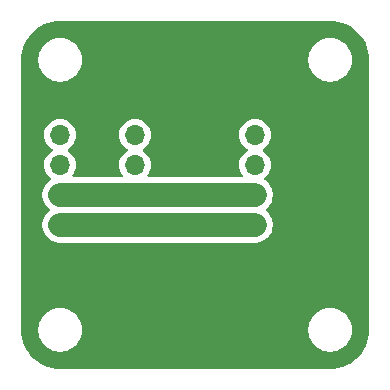
<source format=gbr>
%TF.GenerationSoftware,KiCad,Pcbnew,8.0.3-8.0.3-0~ubuntu22.04.1*%
%TF.CreationDate,2024-08-08T10:04:11+03:00*%
%TF.ProjectId,PM-Bus,504d2d42-7573-42e6-9b69-6361645f7063,rev?*%
%TF.SameCoordinates,Original*%
%TF.FileFunction,Copper,L2,Bot*%
%TF.FilePolarity,Positive*%
%FSLAX46Y46*%
G04 Gerber Fmt 4.6, Leading zero omitted, Abs format (unit mm)*
G04 Created by KiCad (PCBNEW 8.0.3-8.0.3-0~ubuntu22.04.1) date 2024-08-08 10:04:11*
%MOMM*%
%LPD*%
G01*
G04 APERTURE LIST*
%TA.AperFunction,ComponentPad*%
%ADD10R,1.700000X1.700000*%
%TD*%
%TA.AperFunction,ComponentPad*%
%ADD11O,1.700000X1.700000*%
%TD*%
%TA.AperFunction,Conductor*%
%ADD12C,2.000000*%
%TD*%
G04 APERTURE END LIST*
D10*
%TO.P,J2,1,Pin_1*%
%TO.N,GND*%
X71120000Y-96520000D03*
D11*
%TO.P,J2,2,Pin_2*%
%TO.N,+3.3V*%
X71120000Y-93980000D03*
%TO.P,J2,3,Pin_3*%
%TO.N,+5V*%
X71120000Y-91440000D03*
%TO.P,J2,4,Pin_4*%
%TO.N,Net-(J1-Pin_4)*%
X71120000Y-88900000D03*
%TO.P,J2,5,Pin_5*%
%TO.N,Net-(J1-Pin_5)*%
X71120000Y-86360000D03*
%TD*%
D10*
%TO.P,J3,1,Pin_1*%
%TO.N,GND*%
X81280000Y-96520000D03*
D11*
%TO.P,J3,2,Pin_2*%
%TO.N,+3.3V*%
X81280000Y-93980000D03*
%TO.P,J3,3,Pin_3*%
%TO.N,+5V*%
X81280000Y-91440000D03*
%TO.P,J3,4,Pin_4*%
%TO.N,Net-(J1-Pin_4)*%
X81280000Y-88900000D03*
%TO.P,J3,5,Pin_5*%
%TO.N,Net-(J1-Pin_5)*%
X81280000Y-86360000D03*
%TD*%
D10*
%TO.P,J1,1,Pin_1*%
%TO.N,GND*%
X64770000Y-96520000D03*
D11*
%TO.P,J1,2,Pin_2*%
%TO.N,+3.3V*%
X64770000Y-93980000D03*
%TO.P,J1,3,Pin_3*%
%TO.N,+5V*%
X64770000Y-91440000D03*
%TO.P,J1,4,Pin_4*%
%TO.N,Net-(J1-Pin_4)*%
X64770000Y-88900000D03*
%TO.P,J1,5,Pin_5*%
%TO.N,Net-(J1-Pin_5)*%
X64770000Y-86360000D03*
%TD*%
D12*
%TO.N,+3.3V*%
X64770000Y-93980000D02*
X81280000Y-93980000D01*
%TO.N,+5V*%
X64770000Y-91440000D02*
X81280000Y-91440000D01*
%TD*%
%TA.AperFunction,Conductor*%
%TO.N,GND*%
G36*
X87633243Y-76700669D02*
G01*
X87969450Y-76718290D01*
X87982358Y-76719647D01*
X88311677Y-76771806D01*
X88324342Y-76774497D01*
X88646422Y-76860798D01*
X88658749Y-76864803D01*
X88970038Y-76984296D01*
X88981873Y-76989565D01*
X89278976Y-77140947D01*
X89290191Y-77147423D01*
X89569832Y-77329023D01*
X89580313Y-77336638D01*
X89839441Y-77546475D01*
X89849086Y-77555160D01*
X90084839Y-77790913D01*
X90093524Y-77800558D01*
X90303359Y-78059683D01*
X90310978Y-78070171D01*
X90492573Y-78349802D01*
X90499055Y-78361029D01*
X90628834Y-78615733D01*
X90650429Y-78658115D01*
X90655708Y-78669972D01*
X90775193Y-78981241D01*
X90779204Y-78993586D01*
X90865498Y-79315642D01*
X90868196Y-79328337D01*
X90920352Y-79657641D01*
X90921709Y-79670549D01*
X90939330Y-80006756D01*
X90939500Y-80013246D01*
X90939500Y-102866753D01*
X90939330Y-102873243D01*
X90921709Y-103209450D01*
X90920352Y-103222358D01*
X90868196Y-103551662D01*
X90865498Y-103564357D01*
X90779204Y-103886413D01*
X90775193Y-103898758D01*
X90655708Y-104210027D01*
X90650429Y-104221884D01*
X90499059Y-104518964D01*
X90492569Y-104530204D01*
X90310983Y-104809822D01*
X90303354Y-104820323D01*
X90093524Y-105079441D01*
X90084839Y-105089086D01*
X89849086Y-105324839D01*
X89839441Y-105333524D01*
X89580323Y-105543354D01*
X89569822Y-105550983D01*
X89290204Y-105732569D01*
X89278964Y-105739059D01*
X88981884Y-105890429D01*
X88970027Y-105895708D01*
X88658758Y-106015193D01*
X88646413Y-106019204D01*
X88324357Y-106105498D01*
X88311662Y-106108196D01*
X87982358Y-106160352D01*
X87969450Y-106161709D01*
X87633244Y-106179330D01*
X87626754Y-106179500D01*
X64773246Y-106179500D01*
X64766756Y-106179330D01*
X64430549Y-106161709D01*
X64417641Y-106160352D01*
X64088337Y-106108196D01*
X64075642Y-106105498D01*
X63753586Y-106019204D01*
X63741241Y-106015193D01*
X63429972Y-105895708D01*
X63418115Y-105890429D01*
X63121029Y-105739055D01*
X63109802Y-105732573D01*
X62830171Y-105550978D01*
X62819683Y-105543359D01*
X62560558Y-105333524D01*
X62550913Y-105324839D01*
X62315160Y-105089086D01*
X62306475Y-105079441D01*
X62217648Y-104969749D01*
X62096638Y-104820313D01*
X62089023Y-104809832D01*
X61907423Y-104530191D01*
X61900947Y-104518976D01*
X61749565Y-104221873D01*
X61744296Y-104210038D01*
X61624803Y-103898749D01*
X61620798Y-103886422D01*
X61534497Y-103564342D01*
X61531806Y-103551677D01*
X61479647Y-103222358D01*
X61478290Y-103209450D01*
X61460670Y-102873243D01*
X61460500Y-102866753D01*
X61460500Y-102748711D01*
X62919500Y-102748711D01*
X62919500Y-102991288D01*
X62951161Y-103231785D01*
X63013947Y-103466104D01*
X63054645Y-103564357D01*
X63106776Y-103690212D01*
X63228064Y-103900289D01*
X63228066Y-103900292D01*
X63228067Y-103900293D01*
X63375733Y-104092736D01*
X63375739Y-104092743D01*
X63547256Y-104264260D01*
X63547262Y-104264265D01*
X63739711Y-104411936D01*
X63949788Y-104533224D01*
X64173900Y-104626054D01*
X64408211Y-104688838D01*
X64588586Y-104712584D01*
X64648711Y-104720500D01*
X64648712Y-104720500D01*
X64891289Y-104720500D01*
X64939388Y-104714167D01*
X65131789Y-104688838D01*
X65366100Y-104626054D01*
X65590212Y-104533224D01*
X65800289Y-104411936D01*
X65992738Y-104264265D01*
X66164265Y-104092738D01*
X66311936Y-103900289D01*
X66433224Y-103690212D01*
X66526054Y-103466100D01*
X66588838Y-103231789D01*
X66620500Y-102991288D01*
X66620500Y-102748712D01*
X66620500Y-102748711D01*
X85779500Y-102748711D01*
X85779500Y-102991288D01*
X85811161Y-103231785D01*
X85873947Y-103466104D01*
X85914645Y-103564357D01*
X85966776Y-103690212D01*
X86088064Y-103900289D01*
X86088066Y-103900292D01*
X86088067Y-103900293D01*
X86235733Y-104092736D01*
X86235739Y-104092743D01*
X86407256Y-104264260D01*
X86407262Y-104264265D01*
X86599711Y-104411936D01*
X86809788Y-104533224D01*
X87033900Y-104626054D01*
X87268211Y-104688838D01*
X87448586Y-104712584D01*
X87508711Y-104720500D01*
X87508712Y-104720500D01*
X87751289Y-104720500D01*
X87799388Y-104714167D01*
X87991789Y-104688838D01*
X88226100Y-104626054D01*
X88450212Y-104533224D01*
X88660289Y-104411936D01*
X88852738Y-104264265D01*
X89024265Y-104092738D01*
X89171936Y-103900289D01*
X89293224Y-103690212D01*
X89386054Y-103466100D01*
X89448838Y-103231789D01*
X89480500Y-102991288D01*
X89480500Y-102748712D01*
X89448838Y-102508211D01*
X89386054Y-102273900D01*
X89293224Y-102049788D01*
X89171936Y-101839711D01*
X89024265Y-101647262D01*
X89024260Y-101647256D01*
X88852743Y-101475739D01*
X88852736Y-101475733D01*
X88660293Y-101328067D01*
X88660292Y-101328066D01*
X88660289Y-101328064D01*
X88450212Y-101206776D01*
X88450205Y-101206773D01*
X88226104Y-101113947D01*
X87991785Y-101051161D01*
X87751289Y-101019500D01*
X87751288Y-101019500D01*
X87508712Y-101019500D01*
X87508711Y-101019500D01*
X87268214Y-101051161D01*
X87033895Y-101113947D01*
X86809794Y-101206773D01*
X86809785Y-101206777D01*
X86599706Y-101328067D01*
X86407263Y-101475733D01*
X86407256Y-101475739D01*
X86235739Y-101647256D01*
X86235733Y-101647263D01*
X86088067Y-101839706D01*
X85966777Y-102049785D01*
X85966773Y-102049794D01*
X85873947Y-102273895D01*
X85811161Y-102508214D01*
X85779500Y-102748711D01*
X66620500Y-102748711D01*
X66588838Y-102508211D01*
X66526054Y-102273900D01*
X66433224Y-102049788D01*
X66311936Y-101839711D01*
X66164265Y-101647262D01*
X66164260Y-101647256D01*
X65992743Y-101475739D01*
X65992736Y-101475733D01*
X65800293Y-101328067D01*
X65800292Y-101328066D01*
X65800289Y-101328064D01*
X65590212Y-101206776D01*
X65590205Y-101206773D01*
X65366104Y-101113947D01*
X65131785Y-101051161D01*
X64891289Y-101019500D01*
X64891288Y-101019500D01*
X64648712Y-101019500D01*
X64648711Y-101019500D01*
X64408214Y-101051161D01*
X64173895Y-101113947D01*
X63949794Y-101206773D01*
X63949785Y-101206777D01*
X63739706Y-101328067D01*
X63547263Y-101475733D01*
X63547256Y-101475739D01*
X63375739Y-101647256D01*
X63375733Y-101647263D01*
X63228067Y-101839706D01*
X63106777Y-102049785D01*
X63106773Y-102049794D01*
X63013947Y-102273895D01*
X62951161Y-102508214D01*
X62919500Y-102748711D01*
X61460500Y-102748711D01*
X61460500Y-91321902D01*
X63269500Y-91321902D01*
X63269500Y-91558097D01*
X63306446Y-91791368D01*
X63379433Y-92015996D01*
X63486657Y-92226433D01*
X63625483Y-92417510D01*
X63792490Y-92584517D01*
X63827127Y-92609683D01*
X63869792Y-92665013D01*
X63875771Y-92734626D01*
X63843165Y-92796421D01*
X63827130Y-92810315D01*
X63809365Y-92823222D01*
X63792488Y-92835484D01*
X63625485Y-93002487D01*
X63625485Y-93002488D01*
X63625483Y-93002490D01*
X63565862Y-93084550D01*
X63486657Y-93193566D01*
X63379433Y-93404003D01*
X63306446Y-93628631D01*
X63269500Y-93861902D01*
X63269500Y-94098097D01*
X63306446Y-94331368D01*
X63379433Y-94555996D01*
X63486657Y-94766433D01*
X63625483Y-94957510D01*
X63792490Y-95124517D01*
X63983567Y-95263343D01*
X64082991Y-95314002D01*
X64194003Y-95370566D01*
X64194005Y-95370566D01*
X64194008Y-95370568D01*
X64314412Y-95409689D01*
X64418631Y-95443553D01*
X64651903Y-95480500D01*
X64651908Y-95480500D01*
X81398097Y-95480500D01*
X81631368Y-95443553D01*
X81855992Y-95370568D01*
X82066433Y-95263343D01*
X82257510Y-95124517D01*
X82424517Y-94957510D01*
X82563343Y-94766433D01*
X82670568Y-94555992D01*
X82743553Y-94331368D01*
X82780500Y-94098097D01*
X82780500Y-93861902D01*
X82743553Y-93628631D01*
X82670566Y-93404003D01*
X82563342Y-93193566D01*
X82424517Y-93002490D01*
X82257510Y-92835483D01*
X82222872Y-92810317D01*
X82180207Y-92754989D01*
X82174228Y-92685375D01*
X82206833Y-92623580D01*
X82222873Y-92609682D01*
X82257510Y-92584517D01*
X82424517Y-92417510D01*
X82563343Y-92226433D01*
X82670568Y-92015992D01*
X82743553Y-91791368D01*
X82780500Y-91558097D01*
X82780500Y-91321902D01*
X82743553Y-91088631D01*
X82670566Y-90864003D01*
X82563342Y-90653566D01*
X82424517Y-90462490D01*
X82257510Y-90295483D01*
X82095863Y-90178039D01*
X82053199Y-90122710D01*
X82047220Y-90053096D01*
X82079826Y-89991301D01*
X82097619Y-89976153D01*
X82151401Y-89938495D01*
X82318495Y-89771401D01*
X82454035Y-89577830D01*
X82553903Y-89363663D01*
X82615063Y-89135408D01*
X82635659Y-88900000D01*
X82615063Y-88664592D01*
X82553903Y-88436337D01*
X82454035Y-88222171D01*
X82318495Y-88028599D01*
X82318494Y-88028597D01*
X82151402Y-87861506D01*
X82151396Y-87861501D01*
X81965842Y-87731575D01*
X81922217Y-87676998D01*
X81915023Y-87607500D01*
X81946546Y-87545145D01*
X81965842Y-87528425D01*
X81988026Y-87512891D01*
X82151401Y-87398495D01*
X82318495Y-87231401D01*
X82454035Y-87037830D01*
X82553903Y-86823663D01*
X82615063Y-86595408D01*
X82635659Y-86360000D01*
X82615063Y-86124592D01*
X82553903Y-85896337D01*
X82454035Y-85682171D01*
X82318495Y-85488599D01*
X82318494Y-85488597D01*
X82151402Y-85321506D01*
X82151395Y-85321501D01*
X81957834Y-85185967D01*
X81957830Y-85185965D01*
X81957828Y-85185964D01*
X81743663Y-85086097D01*
X81743659Y-85086096D01*
X81743655Y-85086094D01*
X81515413Y-85024938D01*
X81515403Y-85024936D01*
X81280001Y-85004341D01*
X81279999Y-85004341D01*
X81044596Y-85024936D01*
X81044586Y-85024938D01*
X80816344Y-85086094D01*
X80816335Y-85086098D01*
X80602171Y-85185964D01*
X80602169Y-85185965D01*
X80408597Y-85321505D01*
X80241505Y-85488597D01*
X80105965Y-85682169D01*
X80105964Y-85682171D01*
X80006098Y-85896335D01*
X80006094Y-85896344D01*
X79944938Y-86124586D01*
X79944936Y-86124596D01*
X79924341Y-86359999D01*
X79924341Y-86360000D01*
X79944936Y-86595403D01*
X79944938Y-86595413D01*
X80006094Y-86823655D01*
X80006096Y-86823659D01*
X80006097Y-86823663D01*
X80105965Y-87037830D01*
X80105967Y-87037834D01*
X80241501Y-87231395D01*
X80241506Y-87231402D01*
X80408597Y-87398493D01*
X80408603Y-87398498D01*
X80594158Y-87528425D01*
X80637783Y-87583002D01*
X80644977Y-87652500D01*
X80613454Y-87714855D01*
X80594158Y-87731575D01*
X80408597Y-87861505D01*
X80241505Y-88028597D01*
X80105965Y-88222169D01*
X80105964Y-88222171D01*
X80006098Y-88436335D01*
X80006094Y-88436344D01*
X79944938Y-88664586D01*
X79944936Y-88664596D01*
X79924341Y-88899999D01*
X79924341Y-88900000D01*
X79944936Y-89135403D01*
X79944938Y-89135413D01*
X80006094Y-89363655D01*
X80006096Y-89363659D01*
X80006097Y-89363663D01*
X80105965Y-89577830D01*
X80105967Y-89577834D01*
X80222582Y-89744377D01*
X80244909Y-89810583D01*
X80227899Y-89878350D01*
X80176951Y-89926163D01*
X80121007Y-89939500D01*
X72278993Y-89939500D01*
X72211954Y-89919815D01*
X72166199Y-89867011D01*
X72156255Y-89797853D01*
X72177418Y-89744377D01*
X72294032Y-89577834D01*
X72294031Y-89577834D01*
X72294035Y-89577830D01*
X72393903Y-89363663D01*
X72455063Y-89135408D01*
X72475659Y-88900000D01*
X72455063Y-88664592D01*
X72393903Y-88436337D01*
X72294035Y-88222171D01*
X72158495Y-88028599D01*
X72158494Y-88028597D01*
X71991402Y-87861506D01*
X71991396Y-87861501D01*
X71805842Y-87731575D01*
X71762217Y-87676998D01*
X71755023Y-87607500D01*
X71786546Y-87545145D01*
X71805842Y-87528425D01*
X71828026Y-87512891D01*
X71991401Y-87398495D01*
X72158495Y-87231401D01*
X72294035Y-87037830D01*
X72393903Y-86823663D01*
X72455063Y-86595408D01*
X72475659Y-86360000D01*
X72455063Y-86124592D01*
X72393903Y-85896337D01*
X72294035Y-85682171D01*
X72158495Y-85488599D01*
X72158494Y-85488597D01*
X71991402Y-85321506D01*
X71991395Y-85321501D01*
X71797834Y-85185967D01*
X71797830Y-85185965D01*
X71797828Y-85185964D01*
X71583663Y-85086097D01*
X71583659Y-85086096D01*
X71583655Y-85086094D01*
X71355413Y-85024938D01*
X71355403Y-85024936D01*
X71120001Y-85004341D01*
X71119999Y-85004341D01*
X70884596Y-85024936D01*
X70884586Y-85024938D01*
X70656344Y-85086094D01*
X70656335Y-85086098D01*
X70442171Y-85185964D01*
X70442169Y-85185965D01*
X70248597Y-85321505D01*
X70081505Y-85488597D01*
X69945965Y-85682169D01*
X69945964Y-85682171D01*
X69846098Y-85896335D01*
X69846094Y-85896344D01*
X69784938Y-86124586D01*
X69784936Y-86124596D01*
X69764341Y-86359999D01*
X69764341Y-86360000D01*
X69784936Y-86595403D01*
X69784938Y-86595413D01*
X69846094Y-86823655D01*
X69846096Y-86823659D01*
X69846097Y-86823663D01*
X69945965Y-87037830D01*
X69945967Y-87037834D01*
X70081501Y-87231395D01*
X70081506Y-87231402D01*
X70248597Y-87398493D01*
X70248603Y-87398498D01*
X70434158Y-87528425D01*
X70477783Y-87583002D01*
X70484977Y-87652500D01*
X70453454Y-87714855D01*
X70434158Y-87731575D01*
X70248597Y-87861505D01*
X70081505Y-88028597D01*
X69945965Y-88222169D01*
X69945964Y-88222171D01*
X69846098Y-88436335D01*
X69846094Y-88436344D01*
X69784938Y-88664586D01*
X69784936Y-88664596D01*
X69764341Y-88899999D01*
X69764341Y-88900000D01*
X69784936Y-89135403D01*
X69784938Y-89135413D01*
X69846094Y-89363655D01*
X69846096Y-89363659D01*
X69846097Y-89363663D01*
X69945965Y-89577830D01*
X69945967Y-89577834D01*
X70062582Y-89744377D01*
X70084909Y-89810583D01*
X70067899Y-89878350D01*
X70016951Y-89926163D01*
X69961007Y-89939500D01*
X65928993Y-89939500D01*
X65861954Y-89919815D01*
X65816199Y-89867011D01*
X65806255Y-89797853D01*
X65827418Y-89744377D01*
X65944032Y-89577834D01*
X65944031Y-89577834D01*
X65944035Y-89577830D01*
X66043903Y-89363663D01*
X66105063Y-89135408D01*
X66125659Y-88900000D01*
X66105063Y-88664592D01*
X66043903Y-88436337D01*
X65944035Y-88222171D01*
X65808495Y-88028599D01*
X65808494Y-88028597D01*
X65641402Y-87861506D01*
X65641396Y-87861501D01*
X65455842Y-87731575D01*
X65412217Y-87676998D01*
X65405023Y-87607500D01*
X65436546Y-87545145D01*
X65455842Y-87528425D01*
X65478026Y-87512891D01*
X65641401Y-87398495D01*
X65808495Y-87231401D01*
X65944035Y-87037830D01*
X66043903Y-86823663D01*
X66105063Y-86595408D01*
X66125659Y-86360000D01*
X66105063Y-86124592D01*
X66043903Y-85896337D01*
X65944035Y-85682171D01*
X65808495Y-85488599D01*
X65808494Y-85488597D01*
X65641402Y-85321506D01*
X65641395Y-85321501D01*
X65447834Y-85185967D01*
X65447830Y-85185965D01*
X65447828Y-85185964D01*
X65233663Y-85086097D01*
X65233659Y-85086096D01*
X65233655Y-85086094D01*
X65005413Y-85024938D01*
X65005403Y-85024936D01*
X64770001Y-85004341D01*
X64769999Y-85004341D01*
X64534596Y-85024936D01*
X64534586Y-85024938D01*
X64306344Y-85086094D01*
X64306335Y-85086098D01*
X64092171Y-85185964D01*
X64092169Y-85185965D01*
X63898597Y-85321505D01*
X63731505Y-85488597D01*
X63595965Y-85682169D01*
X63595964Y-85682171D01*
X63496098Y-85896335D01*
X63496094Y-85896344D01*
X63434938Y-86124586D01*
X63434936Y-86124596D01*
X63414341Y-86359999D01*
X63414341Y-86360000D01*
X63434936Y-86595403D01*
X63434938Y-86595413D01*
X63496094Y-86823655D01*
X63496096Y-86823659D01*
X63496097Y-86823663D01*
X63595965Y-87037830D01*
X63595967Y-87037834D01*
X63731501Y-87231395D01*
X63731506Y-87231402D01*
X63898597Y-87398493D01*
X63898603Y-87398498D01*
X64084158Y-87528425D01*
X64127783Y-87583002D01*
X64134977Y-87652500D01*
X64103454Y-87714855D01*
X64084158Y-87731575D01*
X63898597Y-87861505D01*
X63731505Y-88028597D01*
X63595965Y-88222169D01*
X63595964Y-88222171D01*
X63496098Y-88436335D01*
X63496094Y-88436344D01*
X63434938Y-88664586D01*
X63434936Y-88664596D01*
X63414341Y-88899999D01*
X63414341Y-88900000D01*
X63434936Y-89135403D01*
X63434938Y-89135413D01*
X63496094Y-89363655D01*
X63496096Y-89363659D01*
X63496097Y-89363663D01*
X63595965Y-89577830D01*
X63595967Y-89577834D01*
X63704281Y-89732521D01*
X63731505Y-89771401D01*
X63898599Y-89938495D01*
X63952370Y-89976146D01*
X63952372Y-89976147D01*
X63995997Y-90030723D01*
X64003191Y-90100222D01*
X63971669Y-90162576D01*
X63954135Y-90178040D01*
X63792488Y-90295484D01*
X63625485Y-90462487D01*
X63625485Y-90462488D01*
X63625483Y-90462490D01*
X63565862Y-90544550D01*
X63486657Y-90653566D01*
X63379433Y-90864003D01*
X63306446Y-91088631D01*
X63269500Y-91321902D01*
X61460500Y-91321902D01*
X61460500Y-80013246D01*
X61460670Y-80006756D01*
X61463953Y-79944108D01*
X61466856Y-79888711D01*
X62919500Y-79888711D01*
X62919500Y-80131288D01*
X62951161Y-80371785D01*
X63013947Y-80606104D01*
X63106773Y-80830205D01*
X63106776Y-80830212D01*
X63228064Y-81040289D01*
X63228066Y-81040292D01*
X63228067Y-81040293D01*
X63375733Y-81232736D01*
X63375739Y-81232743D01*
X63547256Y-81404260D01*
X63547262Y-81404265D01*
X63739711Y-81551936D01*
X63949788Y-81673224D01*
X64173900Y-81766054D01*
X64408211Y-81828838D01*
X64588586Y-81852584D01*
X64648711Y-81860500D01*
X64648712Y-81860500D01*
X64891289Y-81860500D01*
X64939388Y-81854167D01*
X65131789Y-81828838D01*
X65366100Y-81766054D01*
X65590212Y-81673224D01*
X65800289Y-81551936D01*
X65992738Y-81404265D01*
X66164265Y-81232738D01*
X66311936Y-81040289D01*
X66433224Y-80830212D01*
X66526054Y-80606100D01*
X66588838Y-80371789D01*
X66620500Y-80131288D01*
X66620500Y-79888712D01*
X66620500Y-79888711D01*
X85779500Y-79888711D01*
X85779500Y-80131288D01*
X85811161Y-80371785D01*
X85873947Y-80606104D01*
X85966773Y-80830205D01*
X85966776Y-80830212D01*
X86088064Y-81040289D01*
X86088066Y-81040292D01*
X86088067Y-81040293D01*
X86235733Y-81232736D01*
X86235739Y-81232743D01*
X86407256Y-81404260D01*
X86407262Y-81404265D01*
X86599711Y-81551936D01*
X86809788Y-81673224D01*
X87033900Y-81766054D01*
X87268211Y-81828838D01*
X87448586Y-81852584D01*
X87508711Y-81860500D01*
X87508712Y-81860500D01*
X87751289Y-81860500D01*
X87799388Y-81854167D01*
X87991789Y-81828838D01*
X88226100Y-81766054D01*
X88450212Y-81673224D01*
X88660289Y-81551936D01*
X88852738Y-81404265D01*
X89024265Y-81232738D01*
X89171936Y-81040289D01*
X89293224Y-80830212D01*
X89386054Y-80606100D01*
X89448838Y-80371789D01*
X89480500Y-80131288D01*
X89480500Y-79888712D01*
X89448838Y-79648211D01*
X89386054Y-79413900D01*
X89293224Y-79189788D01*
X89171936Y-78979711D01*
X89024265Y-78787262D01*
X89024260Y-78787256D01*
X88852743Y-78615739D01*
X88852736Y-78615733D01*
X88660293Y-78468067D01*
X88660292Y-78468066D01*
X88660289Y-78468064D01*
X88474909Y-78361035D01*
X88450214Y-78346777D01*
X88450205Y-78346773D01*
X88226104Y-78253947D01*
X87991785Y-78191161D01*
X87751289Y-78159500D01*
X87751288Y-78159500D01*
X87508712Y-78159500D01*
X87508711Y-78159500D01*
X87268214Y-78191161D01*
X87033895Y-78253947D01*
X86809794Y-78346773D01*
X86809785Y-78346777D01*
X86599706Y-78468067D01*
X86407263Y-78615733D01*
X86407256Y-78615739D01*
X86235739Y-78787256D01*
X86235733Y-78787263D01*
X86088067Y-78979706D01*
X85966777Y-79189785D01*
X85966773Y-79189794D01*
X85873947Y-79413895D01*
X85811161Y-79648214D01*
X85779500Y-79888711D01*
X66620500Y-79888711D01*
X66588838Y-79648211D01*
X66526054Y-79413900D01*
X66433224Y-79189788D01*
X66311936Y-78979711D01*
X66164265Y-78787262D01*
X66164260Y-78787256D01*
X65992743Y-78615739D01*
X65992736Y-78615733D01*
X65800293Y-78468067D01*
X65800292Y-78468066D01*
X65800289Y-78468064D01*
X65614909Y-78361035D01*
X65590214Y-78346777D01*
X65590205Y-78346773D01*
X65366104Y-78253947D01*
X65131785Y-78191161D01*
X64891289Y-78159500D01*
X64891288Y-78159500D01*
X64648712Y-78159500D01*
X64648711Y-78159500D01*
X64408214Y-78191161D01*
X64173895Y-78253947D01*
X63949794Y-78346773D01*
X63949785Y-78346777D01*
X63739706Y-78468067D01*
X63547263Y-78615733D01*
X63547256Y-78615739D01*
X63375739Y-78787256D01*
X63375733Y-78787263D01*
X63228067Y-78979706D01*
X63106777Y-79189785D01*
X63106773Y-79189794D01*
X63013947Y-79413895D01*
X62951161Y-79648214D01*
X62919500Y-79888711D01*
X61466856Y-79888711D01*
X61478290Y-79670547D01*
X61479647Y-79657641D01*
X61481141Y-79648211D01*
X61531806Y-79328318D01*
X61534496Y-79315661D01*
X61620799Y-78993571D01*
X61624801Y-78981256D01*
X61744298Y-78669954D01*
X61749561Y-78658133D01*
X61900951Y-78361014D01*
X61907417Y-78349816D01*
X62089029Y-78070158D01*
X62096631Y-78059695D01*
X62306483Y-77800548D01*
X62315150Y-77790923D01*
X62550923Y-77555150D01*
X62560548Y-77546483D01*
X62819695Y-77336631D01*
X62830158Y-77329029D01*
X63109816Y-77147417D01*
X63121014Y-77140951D01*
X63418133Y-76989561D01*
X63429954Y-76984298D01*
X63741256Y-76864801D01*
X63753571Y-76860799D01*
X64075661Y-76774496D01*
X64088318Y-76771806D01*
X64417643Y-76719646D01*
X64430547Y-76718290D01*
X64766756Y-76700669D01*
X64773246Y-76700500D01*
X64835892Y-76700500D01*
X87564108Y-76700500D01*
X87626754Y-76700500D01*
X87633243Y-76700669D01*
G37*
%TD.AperFunction*%
%TD*%
M02*

</source>
